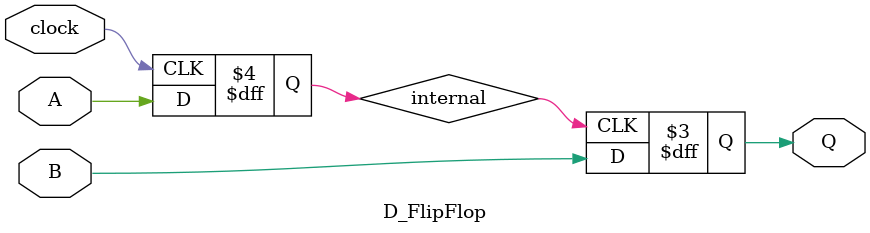
<source format=v>
module D_FlipFlop (
    input A, 
    input B, 
    input clock, 
    output reg Q
);
reg internal;
always @(posedge clock) begin
    internal <= A;
end
always @(posedge internal) begin
    Q <= B;
end
endmodule

</source>
